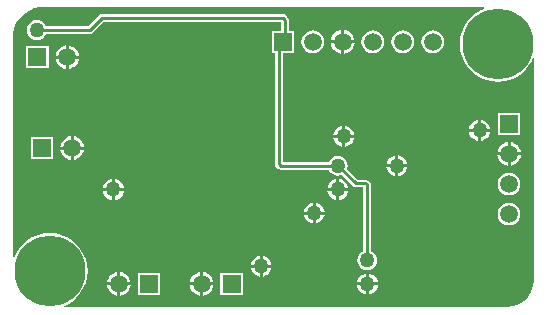
<source format=gbl>
G04*
G04 #@! TF.GenerationSoftware,Altium Limited,Altium Designer,21.0.9 (235)*
G04*
G04 Layer_Physical_Order=2*
G04 Layer_Color=16711680*
%FSLAX24Y24*%
%MOIN*%
G70*
G04*
G04 #@! TF.SameCoordinates,1426A075-E80E-4D23-AB6D-1C87A62E9550*
G04*
G04*
G04 #@! TF.FilePolarity,Positive*
G04*
G01*
G75*
%ADD13C,0.0100*%
%ADD39R,0.0591X0.0591*%
%ADD40C,0.0591*%
%ADD41R,0.0591X0.0591*%
%ADD42C,0.2362*%
%ADD43C,0.0500*%
G36*
X26083Y25426D02*
X25976Y25381D01*
X25807Y25278D01*
X25656Y25149D01*
X25527Y24998D01*
X25424Y24829D01*
X25348Y24646D01*
X25301Y24453D01*
X25286Y24255D01*
X25301Y24057D01*
X25348Y23865D01*
X25424Y23681D01*
X25527Y23512D01*
X25656Y23362D01*
X25807Y23233D01*
X25976Y23129D01*
X26159Y23053D01*
X26352Y23007D01*
X26550Y22991D01*
X26747Y23007D01*
X26940Y23053D01*
X27123Y23129D01*
X27292Y23233D01*
X27443Y23362D01*
X27572Y23512D01*
X27676Y23681D01*
X27720Y23789D01*
X27770Y23779D01*
Y16468D01*
Y16369D01*
X27732Y16176D01*
X27656Y15994D01*
X27547Y15830D01*
X27408Y15691D01*
X27244Y15582D01*
X27062Y15506D01*
X26869Y15468D01*
X12087D01*
X12077Y15518D01*
X12185Y15562D01*
X12354Y15666D01*
X12505Y15795D01*
X12633Y15945D01*
X12737Y16114D01*
X12813Y16298D01*
X12859Y16490D01*
X12875Y16688D01*
X12859Y16886D01*
X12813Y17079D01*
X12737Y17262D01*
X12633Y17431D01*
X12505Y17582D01*
X12354Y17711D01*
X12185Y17814D01*
X12002Y17890D01*
X11809Y17936D01*
X11611Y17952D01*
X11413Y17936D01*
X11221Y17890D01*
X11037Y17814D01*
X10868Y17711D01*
X10717Y17582D01*
X10589Y17431D01*
X10485Y17262D01*
X10441Y17155D01*
X10391Y17164D01*
Y24476D01*
Y24574D01*
X10429Y24767D01*
X10504Y24949D01*
X10614Y25113D01*
X10753Y25252D01*
X10917Y25362D01*
X11099Y25437D01*
X11292Y25476D01*
X26073D01*
X26083Y25426D01*
D02*
G37*
%LPC*%
G36*
X19387Y25245D02*
X13343D01*
X13293Y25235D01*
X13250Y25206D01*
X12895Y24851D01*
X11479D01*
X11465Y24885D01*
X11412Y24954D01*
X11344Y25007D01*
X11264Y25040D01*
X11178Y25051D01*
X11092Y25040D01*
X11012Y25007D01*
X10943Y24954D01*
X10891Y24885D01*
X10858Y24806D01*
X10846Y24720D01*
X10858Y24634D01*
X10891Y24554D01*
X10943Y24485D01*
X11012Y24433D01*
X11092Y24399D01*
X11178Y24388D01*
X11264Y24399D01*
X11344Y24433D01*
X11412Y24485D01*
X11465Y24554D01*
X11479Y24588D01*
X12950D01*
X13000Y24598D01*
X13042Y24627D01*
X13398Y24982D01*
X19314D01*
Y24700D01*
X19009D01*
Y23952D01*
X19118D01*
Y20251D01*
X19128Y20200D01*
X19156Y20158D01*
X19215Y20099D01*
X19257Y20071D01*
X19307Y20061D01*
X20916D01*
X20930Y20026D01*
X20983Y19958D01*
X21052Y19905D01*
X21132Y19872D01*
X21217Y19861D01*
X21303Y19872D01*
X21338Y19886D01*
X21715Y19509D01*
X21758Y19480D01*
X21808Y19470D01*
X22070D01*
Y17344D01*
X22036Y17330D01*
X21967Y17277D01*
X21914Y17208D01*
X21881Y17128D01*
X21870Y17043D01*
X21881Y16957D01*
X21914Y16877D01*
X21967Y16808D01*
X22036Y16755D01*
X22116Y16722D01*
X22202Y16711D01*
X22287Y16722D01*
X22367Y16755D01*
X22436Y16808D01*
X22489Y16877D01*
X22522Y16957D01*
X22533Y17043D01*
X22522Y17128D01*
X22489Y17208D01*
X22436Y17277D01*
X22367Y17330D01*
X22333Y17344D01*
Y19543D01*
X22323Y19593D01*
X22294Y19636D01*
X22236Y19694D01*
X22193Y19723D01*
X22143Y19733D01*
X21862D01*
X21523Y20072D01*
X21538Y20106D01*
X21549Y20192D01*
X21538Y20278D01*
X21504Y20358D01*
X21452Y20427D01*
X21383Y20479D01*
X21303Y20512D01*
X21217Y20524D01*
X21132Y20512D01*
X21052Y20479D01*
X20983Y20427D01*
X20930Y20358D01*
X20916Y20323D01*
X19380D01*
Y23952D01*
X19757D01*
Y24700D01*
X19577D01*
Y25055D01*
X19567Y25105D01*
X19538Y25148D01*
X19480Y25206D01*
X19437Y25235D01*
X19387Y25245D01*
D02*
G37*
G36*
X21433Y24718D02*
Y24376D01*
X21775D01*
X21768Y24429D01*
X21728Y24525D01*
X21665Y24608D01*
X21582Y24671D01*
X21486Y24711D01*
X21433Y24718D01*
D02*
G37*
G36*
X21333D02*
X21279Y24711D01*
X21183Y24671D01*
X21101Y24608D01*
X21037Y24525D01*
X20998Y24429D01*
X20991Y24376D01*
X21333D01*
Y24718D01*
D02*
G37*
G36*
X24383Y24703D02*
X24285Y24690D01*
X24194Y24653D01*
X24116Y24593D01*
X24056Y24515D01*
X24018Y24424D01*
X24005Y24326D01*
X24018Y24228D01*
X24056Y24137D01*
X24116Y24059D01*
X24194Y23999D01*
X24285Y23962D01*
X24383Y23949D01*
X24480Y23962D01*
X24571Y23999D01*
X24649Y24059D01*
X24709Y24137D01*
X24747Y24228D01*
X24760Y24326D01*
X24747Y24424D01*
X24709Y24515D01*
X24649Y24593D01*
X24571Y24653D01*
X24480Y24690D01*
X24383Y24703D01*
D02*
G37*
G36*
X23383D02*
X23285Y24690D01*
X23194Y24653D01*
X23116Y24593D01*
X23056Y24515D01*
X23018Y24424D01*
X23005Y24326D01*
X23018Y24228D01*
X23056Y24137D01*
X23116Y24059D01*
X23194Y23999D01*
X23285Y23962D01*
X23383Y23949D01*
X23480Y23962D01*
X23571Y23999D01*
X23649Y24059D01*
X23709Y24137D01*
X23747Y24228D01*
X23760Y24326D01*
X23747Y24424D01*
X23709Y24515D01*
X23649Y24593D01*
X23571Y24653D01*
X23480Y24690D01*
X23383Y24703D01*
D02*
G37*
G36*
X22383D02*
X22285Y24690D01*
X22194Y24653D01*
X22116Y24593D01*
X22056Y24515D01*
X22018Y24424D01*
X22005Y24326D01*
X22018Y24228D01*
X22056Y24137D01*
X22116Y24059D01*
X22194Y23999D01*
X22285Y23962D01*
X22383Y23949D01*
X22480Y23962D01*
X22571Y23999D01*
X22649Y24059D01*
X22709Y24137D01*
X22747Y24228D01*
X22760Y24326D01*
X22747Y24424D01*
X22709Y24515D01*
X22649Y24593D01*
X22571Y24653D01*
X22480Y24690D01*
X22383Y24703D01*
D02*
G37*
G36*
X20383D02*
X20285Y24690D01*
X20194Y24653D01*
X20116Y24593D01*
X20056Y24515D01*
X20018Y24424D01*
X20005Y24326D01*
X20018Y24228D01*
X20056Y24137D01*
X20116Y24059D01*
X20194Y23999D01*
X20285Y23962D01*
X20383Y23949D01*
X20480Y23962D01*
X20571Y23999D01*
X20649Y24059D01*
X20709Y24137D01*
X20747Y24228D01*
X20760Y24326D01*
X20747Y24424D01*
X20709Y24515D01*
X20649Y24593D01*
X20571Y24653D01*
X20480Y24690D01*
X20383Y24703D01*
D02*
G37*
G36*
X21775Y24276D02*
X21433D01*
Y23934D01*
X21486Y23941D01*
X21582Y23981D01*
X21665Y24044D01*
X21728Y24127D01*
X21768Y24223D01*
X21775Y24276D01*
D02*
G37*
G36*
X21333D02*
X20991D01*
X20998Y24223D01*
X21037Y24127D01*
X21101Y24044D01*
X21183Y23981D01*
X21279Y23941D01*
X21333Y23934D01*
Y24276D01*
D02*
G37*
G36*
X12252Y24206D02*
Y23864D01*
X12594D01*
X12587Y23917D01*
X12547Y24014D01*
X12483Y24096D01*
X12401Y24159D01*
X12305Y24199D01*
X12252Y24206D01*
D02*
G37*
G36*
X12152D02*
X12098Y24199D01*
X12002Y24159D01*
X11920Y24096D01*
X11856Y24014D01*
X11816Y23917D01*
X11809Y23864D01*
X12152D01*
Y24206D01*
D02*
G37*
G36*
X11576Y24188D02*
X10828D01*
Y23440D01*
X11576D01*
Y24188D01*
D02*
G37*
G36*
X12594Y23764D02*
X12252D01*
Y23422D01*
X12305Y23429D01*
X12401Y23469D01*
X12483Y23532D01*
X12547Y23615D01*
X12587Y23711D01*
X12594Y23764D01*
D02*
G37*
G36*
X12152D02*
X11809D01*
X11816Y23711D01*
X11856Y23615D01*
X11920Y23532D01*
X12002Y23469D01*
X12098Y23429D01*
X12152Y23422D01*
Y23764D01*
D02*
G37*
G36*
X25992Y21720D02*
Y21423D01*
X26288D01*
X26283Y21465D01*
X26247Y21550D01*
X26191Y21623D01*
X26118Y21679D01*
X26033Y21714D01*
X25992Y21720D01*
D02*
G37*
G36*
X25892D02*
X25850Y21714D01*
X25765Y21679D01*
X25692Y21623D01*
X25636Y21550D01*
X25601Y21465D01*
X25595Y21423D01*
X25892D01*
Y21720D01*
D02*
G37*
G36*
X21464Y21523D02*
Y21226D01*
X21761D01*
X21755Y21268D01*
X21720Y21353D01*
X21664Y21426D01*
X21591Y21482D01*
X21506Y21517D01*
X21464Y21523D01*
D02*
G37*
G36*
X21364D02*
X21323Y21517D01*
X21238Y21482D01*
X21165Y21426D01*
X21108Y21353D01*
X21073Y21268D01*
X21068Y21226D01*
X21364D01*
Y21523D01*
D02*
G37*
G36*
X27300Y21960D02*
X26552D01*
Y21212D01*
X27300D01*
Y21960D01*
D02*
G37*
G36*
X26288Y21323D02*
X25992D01*
Y21027D01*
X26033Y21032D01*
X26118Y21068D01*
X26191Y21124D01*
X26247Y21197D01*
X26283Y21282D01*
X26288Y21323D01*
D02*
G37*
G36*
X25892D02*
X25595D01*
X25601Y21282D01*
X25636Y21197D01*
X25692Y21124D01*
X25765Y21068D01*
X25850Y21032D01*
X25892Y21027D01*
Y21323D01*
D02*
G37*
G36*
X12409Y21175D02*
Y20833D01*
X12751D01*
X12744Y20886D01*
X12704Y20982D01*
X12641Y21065D01*
X12558Y21128D01*
X12462Y21168D01*
X12409Y21175D01*
D02*
G37*
G36*
X12309D02*
X12256Y21168D01*
X12160Y21128D01*
X12077Y21065D01*
X12014Y20982D01*
X11974Y20886D01*
X11967Y20833D01*
X12309D01*
Y21175D01*
D02*
G37*
G36*
X21761Y21126D02*
X21464D01*
Y20830D01*
X21506Y20835D01*
X21591Y20871D01*
X21664Y20927D01*
X21720Y21000D01*
X21755Y21085D01*
X21761Y21126D01*
D02*
G37*
G36*
X21364D02*
X21068D01*
X21073Y21085D01*
X21108Y21000D01*
X21165Y20927D01*
X21238Y20871D01*
X21323Y20835D01*
X21364Y20830D01*
Y21126D01*
D02*
G37*
G36*
X26976Y20978D02*
Y20636D01*
X27318D01*
X27311Y20689D01*
X27271Y20785D01*
X27208Y20868D01*
X27125Y20931D01*
X27029Y20971D01*
X26976Y20978D01*
D02*
G37*
G36*
X26876D02*
X26823Y20971D01*
X26727Y20931D01*
X26644Y20868D01*
X26581Y20785D01*
X26541Y20689D01*
X26534Y20636D01*
X26876D01*
Y20978D01*
D02*
G37*
G36*
X11733Y21157D02*
X10985D01*
Y20409D01*
X11733D01*
Y21157D01*
D02*
G37*
G36*
X12751Y20733D02*
X12409D01*
Y20391D01*
X12462Y20398D01*
X12558Y20437D01*
X12641Y20501D01*
X12704Y20583D01*
X12744Y20679D01*
X12751Y20733D01*
D02*
G37*
G36*
X12309D02*
X11967D01*
X11974Y20679D01*
X12014Y20583D01*
X12077Y20501D01*
X12160Y20437D01*
X12256Y20398D01*
X12309Y20391D01*
Y20733D01*
D02*
G37*
G36*
X23236Y20539D02*
Y20242D01*
X23532D01*
X23527Y20283D01*
X23492Y20369D01*
X23435Y20442D01*
X23362Y20498D01*
X23277Y20533D01*
X23236Y20539D01*
D02*
G37*
G36*
X23136D02*
X23094Y20533D01*
X23009Y20498D01*
X22936Y20442D01*
X22880Y20369D01*
X22845Y20283D01*
X22839Y20242D01*
X23136D01*
Y20539D01*
D02*
G37*
G36*
X26876Y20536D02*
X26534D01*
X26541Y20483D01*
X26581Y20386D01*
X26644Y20304D01*
X26727Y20241D01*
X26823Y20201D01*
X26876Y20194D01*
Y20536D01*
D02*
G37*
G36*
X27318D02*
X26976D01*
Y20194D01*
X27029Y20201D01*
X27125Y20241D01*
X27208Y20304D01*
X27271Y20386D01*
X27311Y20483D01*
X27318Y20536D01*
D02*
G37*
G36*
X23532Y20142D02*
X23236D01*
Y19846D01*
X23277Y19851D01*
X23362Y19886D01*
X23435Y19943D01*
X23492Y20016D01*
X23527Y20101D01*
X23532Y20142D01*
D02*
G37*
G36*
X23136D02*
X22839D01*
X22845Y20101D01*
X22880Y20016D01*
X22936Y19943D01*
X23009Y19886D01*
X23094Y19851D01*
X23136Y19846D01*
Y20142D01*
D02*
G37*
G36*
X21267Y19751D02*
Y19455D01*
X21564D01*
X21558Y19496D01*
X21523Y19581D01*
X21467Y19654D01*
X21394Y19710D01*
X21309Y19746D01*
X21267Y19751D01*
D02*
G37*
G36*
X21167D02*
X21126Y19746D01*
X21041Y19710D01*
X20968Y19654D01*
X20912Y19581D01*
X20876Y19496D01*
X20871Y19455D01*
X21167D01*
Y19751D01*
D02*
G37*
G36*
X13787D02*
Y19455D01*
X14083D01*
X14078Y19496D01*
X14043Y19581D01*
X13987Y19654D01*
X13914Y19710D01*
X13828Y19746D01*
X13787Y19751D01*
D02*
G37*
G36*
X13687D02*
X13646Y19746D01*
X13561Y19710D01*
X13487Y19654D01*
X13431Y19581D01*
X13396Y19496D01*
X13391Y19455D01*
X13687D01*
Y19751D01*
D02*
G37*
G36*
X26926Y19963D02*
X26828Y19950D01*
X26737Y19913D01*
X26659Y19853D01*
X26599Y19774D01*
X26562Y19683D01*
X26549Y19586D01*
X26562Y19488D01*
X26599Y19397D01*
X26659Y19319D01*
X26737Y19259D01*
X26828Y19221D01*
X26926Y19209D01*
X27024Y19221D01*
X27115Y19259D01*
X27193Y19319D01*
X27253Y19397D01*
X27290Y19488D01*
X27303Y19586D01*
X27290Y19683D01*
X27253Y19774D01*
X27193Y19853D01*
X27115Y19913D01*
X27024Y19950D01*
X26926Y19963D01*
D02*
G37*
G36*
X21564Y19355D02*
X21267D01*
Y19058D01*
X21309Y19064D01*
X21394Y19099D01*
X21467Y19155D01*
X21523Y19228D01*
X21558Y19313D01*
X21564Y19355D01*
D02*
G37*
G36*
X21167D02*
X20871D01*
X20876Y19313D01*
X20912Y19228D01*
X20968Y19155D01*
X21041Y19099D01*
X21126Y19064D01*
X21167Y19058D01*
Y19355D01*
D02*
G37*
G36*
X14083D02*
X13787D01*
Y19058D01*
X13828Y19064D01*
X13914Y19099D01*
X13987Y19155D01*
X14043Y19228D01*
X14078Y19313D01*
X14083Y19355D01*
D02*
G37*
G36*
X13687D02*
X13391D01*
X13396Y19313D01*
X13431Y19228D01*
X13487Y19155D01*
X13561Y19099D01*
X13646Y19064D01*
X13687Y19058D01*
Y19355D01*
D02*
G37*
G36*
X20480Y18964D02*
Y18667D01*
X20776D01*
X20771Y18709D01*
X20736Y18794D01*
X20680Y18867D01*
X20606Y18923D01*
X20521Y18958D01*
X20480Y18964D01*
D02*
G37*
G36*
X20380D02*
X20339Y18958D01*
X20253Y18923D01*
X20180Y18867D01*
X20124Y18794D01*
X20089Y18709D01*
X20083Y18667D01*
X20380D01*
Y18964D01*
D02*
G37*
G36*
X20776Y18567D02*
X20480D01*
Y18271D01*
X20521Y18276D01*
X20606Y18312D01*
X20680Y18368D01*
X20736Y18441D01*
X20771Y18526D01*
X20776Y18567D01*
D02*
G37*
G36*
X20380D02*
X20083D01*
X20089Y18526D01*
X20124Y18441D01*
X20180Y18368D01*
X20253Y18312D01*
X20339Y18276D01*
X20380Y18271D01*
Y18567D01*
D02*
G37*
G36*
X26926Y18963D02*
X26828Y18950D01*
X26737Y18913D01*
X26659Y18853D01*
X26599Y18774D01*
X26562Y18683D01*
X26549Y18586D01*
X26562Y18488D01*
X26599Y18397D01*
X26659Y18319D01*
X26737Y18259D01*
X26828Y18221D01*
X26926Y18209D01*
X27024Y18221D01*
X27115Y18259D01*
X27193Y18319D01*
X27253Y18397D01*
X27290Y18488D01*
X27303Y18586D01*
X27290Y18683D01*
X27253Y18774D01*
X27193Y18853D01*
X27115Y18913D01*
X27024Y18950D01*
X26926Y18963D01*
D02*
G37*
G36*
X18708Y17192D02*
Y16896D01*
X19005D01*
X18999Y16937D01*
X18964Y17022D01*
X18908Y17095D01*
X18835Y17151D01*
X18750Y17187D01*
X18708Y17192D01*
D02*
G37*
G36*
X18608D02*
X18567Y17187D01*
X18482Y17151D01*
X18409Y17095D01*
X18353Y17022D01*
X18317Y16937D01*
X18312Y16896D01*
X18608D01*
Y17192D01*
D02*
G37*
G36*
X19005Y16796D02*
X18708D01*
Y16499D01*
X18750Y16505D01*
X18835Y16540D01*
X18908Y16596D01*
X18964Y16669D01*
X18999Y16754D01*
X19005Y16796D01*
D02*
G37*
G36*
X18608D02*
X18312D01*
X18317Y16754D01*
X18353Y16669D01*
X18409Y16596D01*
X18482Y16540D01*
X18567Y16505D01*
X18608Y16499D01*
Y16796D01*
D02*
G37*
G36*
X13968Y16647D02*
Y16305D01*
X14310D01*
X14303Y16358D01*
X14263Y16454D01*
X14200Y16537D01*
X14117Y16600D01*
X14021Y16640D01*
X13968Y16647D01*
D02*
G37*
G36*
X16724D02*
Y16305D01*
X17066D01*
X17059Y16358D01*
X17019Y16454D01*
X16956Y16537D01*
X16873Y16600D01*
X16777Y16640D01*
X16724Y16647D01*
D02*
G37*
G36*
X22252Y16602D02*
Y16305D01*
X22548D01*
X22543Y16346D01*
X22507Y16432D01*
X22451Y16505D01*
X22378Y16561D01*
X22293Y16596D01*
X22252Y16602D01*
D02*
G37*
G36*
X22152D02*
X22110Y16596D01*
X22025Y16561D01*
X21952Y16505D01*
X21896Y16432D01*
X21861Y16346D01*
X21855Y16305D01*
X22152D01*
Y16602D01*
D02*
G37*
G36*
X13868Y16647D02*
X13815Y16640D01*
X13719Y16600D01*
X13636Y16537D01*
X13573Y16454D01*
X13533Y16358D01*
X13526Y16305D01*
X13868D01*
Y16647D01*
D02*
G37*
G36*
X16624D02*
X16571Y16640D01*
X16475Y16600D01*
X16392Y16537D01*
X16329Y16454D01*
X16289Y16358D01*
X16282Y16305D01*
X16624D01*
Y16647D01*
D02*
G37*
G36*
X22548Y16205D02*
X22252D01*
Y15909D01*
X22293Y15914D01*
X22378Y15949D01*
X22451Y16006D01*
X22507Y16079D01*
X22543Y16164D01*
X22548Y16205D01*
D02*
G37*
G36*
X22152D02*
X21855D01*
X21861Y16164D01*
X21896Y16079D01*
X21952Y16006D01*
X22025Y15949D01*
X22110Y15914D01*
X22152Y15909D01*
Y16205D01*
D02*
G37*
G36*
X18048Y16629D02*
X17300D01*
Y15881D01*
X18048D01*
Y16629D01*
D02*
G37*
G36*
X15292D02*
X14544D01*
Y15881D01*
X15292D01*
Y16629D01*
D02*
G37*
G36*
X17066Y16205D02*
X16724D01*
Y15863D01*
X16777Y15870D01*
X16873Y15910D01*
X16956Y15973D01*
X17019Y16056D01*
X17059Y16152D01*
X17066Y16205D01*
D02*
G37*
G36*
X14310D02*
X13968D01*
Y15863D01*
X14021Y15870D01*
X14117Y15910D01*
X14200Y15973D01*
X14263Y16056D01*
X14303Y16152D01*
X14310Y16205D01*
D02*
G37*
G36*
X16624D02*
X16282D01*
X16289Y16152D01*
X16329Y16056D01*
X16392Y15973D01*
X16475Y15910D01*
X16571Y15870D01*
X16624Y15863D01*
Y16205D01*
D02*
G37*
G36*
X13868D02*
X13526D01*
X13533Y16152D01*
X13573Y16056D01*
X13636Y15973D01*
X13719Y15910D01*
X13815Y15870D01*
X13868Y15863D01*
Y16205D01*
D02*
G37*
%LPD*%
D13*
X19383Y24326D02*
X19446Y24389D01*
Y25055D01*
X19387Y25113D02*
X19446Y25055D01*
X13343Y25113D02*
X19387D01*
X12950Y24720D02*
X13343Y25113D01*
X11178Y24720D02*
X12950D01*
X19249Y24192D02*
X19383Y24326D01*
X19249Y20251D02*
Y24192D01*
X19307Y20192D02*
X21217D01*
X19249Y20251D02*
X19307Y20192D01*
X21808Y19602D02*
X22143D01*
X22202Y17043D02*
Y19543D01*
X22143Y19602D02*
X22202Y19543D01*
X21217Y20192D02*
X21808Y19602D01*
D39*
X17674Y16255D02*
D03*
X14918D02*
D03*
X11359Y20783D02*
D03*
X11202Y23814D02*
D03*
X19383Y24326D02*
D03*
D40*
X16674Y16255D02*
D03*
X13918D02*
D03*
X12359Y20783D02*
D03*
X12202Y23814D02*
D03*
X24383Y24326D02*
D03*
X23383D02*
D03*
X22383D02*
D03*
X21383D02*
D03*
X20383D02*
D03*
X26926Y20586D02*
D03*
Y19586D02*
D03*
Y18586D02*
D03*
D41*
Y21586D02*
D03*
D42*
X26550Y24255D02*
D03*
X11611Y16688D02*
D03*
D43*
X18658Y16846D02*
D03*
X22202Y16255D02*
D03*
X25942Y21373D02*
D03*
X23186Y20192D02*
D03*
X21414Y21176D02*
D03*
X20430Y18617D02*
D03*
X21217Y19405D02*
D03*
X13737D02*
D03*
X11178Y24720D02*
D03*
X22202Y17043D02*
D03*
X21217Y20192D02*
D03*
M02*

</source>
